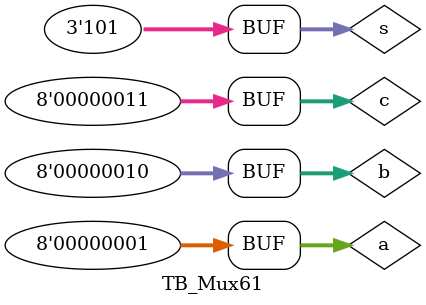
<source format=v>
`timescale 1ns / 1ps

module TB_Mux61;


	reg [7:0] a;
	reg [7:0] b;
	reg [7:0] c;
	reg [2:0] s;

	wire [15:0] z;

	UnidadLogica uut (
		.a(a), 
		.b(b), 
		.c(c), 
		.s(s), 
		.z(z)
	);

	initial begin

		a = 8'd1;
		b = 8'd2;
		c = 8'd3;
		s = 3'b000;
		#100;
		
		a = 8'd1;
		b = 8'd2;
		c = 8'd3;
		s = 3'b001;
		#100;
		
		a = 8'd1;
		b = 8'd2;
		c = 8'd3;
		s = 3'b010;
		#100;
		
		a = 8'd1;
		b = 8'd2;
		c = 8'd3;
		s = 3'b011;
		#100;
		
		a = 8'd1;
		b = 8'd2;
		c = 8'd3;
		s = 3'b100;
		#100;
		
		a = 8'd1;
		b = 8'd2;
		c = 8'd3;
		s = 3'b101;
		#100;

	end
      
endmodule


</source>
